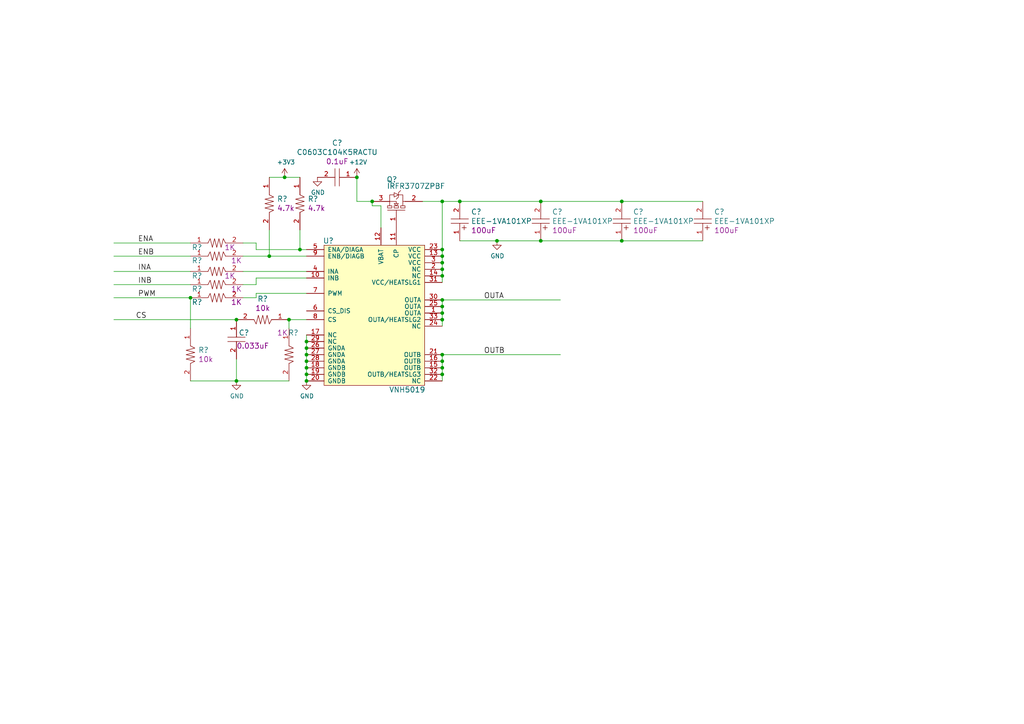
<source format=kicad_sch>
(kicad_sch (version 20230121) (generator eeschema)
  (paper "A4")
  (lib_symbols
    (symbol "Muscolo-rescue:+12V" (power) (pin_names (offset 0))
      (property "Value" "+12V" (at 0 3.556 0))
      (symbol "+12V_0_1"
        (polyline (pts (xy -0.762 1.27) (xy 0 2.54)))
        (polyline (pts (xy 0 0) (xy 0 2.54)))
        (polyline (pts (xy 0 2.54) (xy 0.762 1.27)))
      )
      (symbol "+12V_1_1"
        (pin power_in line (at 0 0 90) (length 0) hide (name "+12V") (number "1"))
      )
    )
    (symbol "Muscolo-rescue:+3.3V" (power) (pin_names (offset 0))
      (property "Value" "+3.3V" (at 0 3.556 0))
      (symbol "+3.3V_0_1"
        (polyline (pts (xy -0.762 1.27) (xy 0 2.54)))
        (polyline (pts (xy 0 0) (xy 0 2.54)))
        (polyline (pts (xy 0 2.54) (xy 0.762 1.27)))
      )
      (symbol "+3.3V_1_1"
        (pin power_in line (at 0 0 90) (length 0) hide (name "+3V3") (number "1"))
      )
    )
    (symbol "Muscolo-rescue:C0603C104K5RACTU" (pin_names (offset 1.016))
      (property "Reference" "C" (at -17.145 -1.27 0))
      (property "Value" "C0603C104K5RACTU" (at -7.62 -3.81 0))
      (property "Componen-Value" "0.1uF" (at -16.51 -6.35 0))
      (symbol "C0603C104K5RACTU_0_1"
        (polyline (pts (xy -0.635 2.54) (xy -0.635 -2.54)))
        (polyline (pts (xy 0.635 2.54) (xy 0.635 -2.54)))
      )
      (symbol "C0603C104K5RACTU_1_1"
        (pin input line (at -5.715 0 0) (length 5.08) (name "~") (number "1"))
        (pin input line (at 5.715 0 180) (length 5.08) (name "~") (number "2"))
      )
    )
    (symbol "Muscolo-rescue:EEE-1VA101XP" (pin_names (offset 1.016))
      (property "Reference" "C" (at -17.145 -1.27 0))
      (property "Value" "EEE-1VA101XP" (at -7.62 -3.81 0))
      (property "Componen-Value" "100uF" (at -16.51 -6.35 0))
      (symbol "EEE-1VA101XP_0_1"
        (polyline (pts (xy -2.54 -1.27) (xy -1.27 -1.27)))
        (polyline (pts (xy -1.905 -0.635) (xy -1.905 -1.905)))
        (polyline (pts (xy -0.635 2.54) (xy -0.635 -2.54)))
        (polyline (pts (xy 0.635 2.54) (xy 0.635 -2.54)))
      )
      (symbol "EEE-1VA101XP_1_1"
        (pin input line (at -5.715 0 0) (length 5.08) (name "~") (number "1"))
        (pin input line (at 5.715 0 180) (length 5.08) (name "~") (number "2"))
      )
    )
    (symbol "Muscolo-rescue:ERJ-3EKF1001V" (pin_names (offset 1.016))
      (property "Reference" "R" (at -7.62 8.89 0))
      (property "Value" "ERJ-3EKF1001V" (at 0 -3.81 0))
      (property "Component-Value" "1K" (at -6.985 -6.35 0))
      (symbol "ERJ-3EKF1001V_0_1"
        (polyline (pts (xy -2.54 0) (xy -1.905 1.27) (xy -1.27 -1.27) (xy -0.635 1.27) (xy 0 -1.27) (xy 0.635 1.27) (xy 1.27 -1.27) (xy 1.905 1.27) (xy 2.54 0)))
      )
      (symbol "ERJ-3EKF1001V_1_1"
        (pin input line (at -7.62 0 0) (length 5.08) (name "~") (number "1"))
        (pin input line (at 7.62 0 180) (length 5.08) (name "~") (number "2"))
      )
    )
    (symbol "Muscolo-rescue:ERJ-3GEYJ472V" (pin_names (offset 1.016))
      (property "Reference" "R" (at -7.62 8.89 0))
      (property "Value" "ERJ-3GEYJ472V" (at 0 -3.81 0))
      (property "Component-Value" "4.7k" (at -6.985 -6.35 0))
      (symbol "ERJ-3GEYJ472V_0_1"
        (polyline (pts (xy -2.54 0) (xy -1.905 1.27) (xy -1.27 -1.27) (xy -0.635 1.27) (xy 0 -1.27) (xy 0.635 1.27) (xy 1.27 -1.27) (xy 1.905 1.27) (xy 2.54 0)))
      )
      (symbol "ERJ-3GEYJ472V_1_1"
        (pin input line (at -7.62 0 0) (length 5.08) (name "~") (number "1"))
        (pin input line (at 7.62 0 180) (length 5.08) (name "~") (number "2"))
      )
    )
    (symbol "Muscolo-rescue:GND" (power) (pin_names (offset 0))
      (property "Value" "GND" (at 0 -3.81 0))
      (symbol "GND_0_1"
        (polyline (pts (xy 0 0) (xy 0 -1.27) (xy 1.27 -1.27) (xy 0 -2.54) (xy -1.27 -1.27) (xy 0 -1.27)))
      )
      (symbol "GND_1_1"
        (pin power_in line (at 0 0 270) (length 0) hide (name "GND") (number "1"))
      )
    )
    (symbol "Muscolo-rescue:IRFR3707ZPBF" (pin_names (offset 1.016))
      (property "Reference" "Q" (at -6.35 5.08 0))
      (property "Value" "IRFR3707ZPBF" (at 8.255 3.175 0))
      (symbol "IRFR3707ZPBF_0_1"
        (rectangle (start -1.27 -2.54) (end -1.905 -1.27))
        (rectangle (start -1.27 -0.635) (end -1.905 0.635))
        (rectangle (start -1.27 1.27) (end -1.905 2.54))
        (polyline (pts (xy -2.54 2.54) (xy -2.54 -2.54)))
        (polyline (pts (xy 0 1.905) (xy 0 2.54)))
        (polyline (pts (xy -1.27 1.905) (xy 1.905 1.905) (xy 1.905 0.635)))
        (polyline (pts (xy -0.635 0) (xy 0 0) (xy 0 -1.905)))
        (polyline (pts (xy 1.905 -0.635) (xy 1.905 -1.905) (xy -1.27 -1.905)))
        (polyline (pts (xy 1.905 0.635) (xy 1.27 0.635) (xy 0.635 0)))
        (polyline (pts (xy 1.905 0.635) (xy 2.54 0.635) (xy 3.175 1.27)))
        (polyline (pts (xy -1.27 0) (xy -0.635 0.635) (xy -0.635 -0.635) (xy -1.27 0)))
        (polyline (pts (xy 1.905 0.635) (xy 1.27 -0.635) (xy 2.54 -0.635) (xy 1.905 0.635)))
      )
      (symbol "IRFR3707ZPBF_1_1"
        (pin input line (at -7.62 0 0) (length 5.08) (name "~") (number "1"))
        (pin input line (at 0 7.62 270) (length 5.08) (name "~") (number "2"))
        (pin input line (at 0 -6.985 90) (length 5.08) (name "~") (number "3"))
      )
    )
    (symbol "Muscolo-rescue:RC2012F305CS" (pin_names (offset 1.016))
      (property "Reference" "R" (at -7.62 8.89 0))
      (property "Value" "RC2012F305CS" (at 0 -2.54 0))
      (property "Component-Value" "10k" (at -6.985 -6.35 0))
      (symbol "RC2012F305CS_0_1"
        (polyline (pts (xy -2.54 0) (xy -1.905 1.27) (xy -1.27 -1.27) (xy -0.635 1.27) (xy 0 -1.27) (xy 0.635 1.27) (xy 1.27 -1.27) (xy 1.905 1.27) (xy 2.54 0)))
      )
      (symbol "RC2012F305CS_1_1"
        (pin input line (at -7.62 0 0) (length 5.08) (name "~") (number "1"))
        (pin input line (at 7.62 0 180) (length 5.08) (name "~") (number "2"))
      )
    )
    (symbol "Muscolo-rescue:VJ0603Y333KXQCW1BC" (pin_names (offset 1.016))
      (property "Reference" "C" (at -17.145 -1.27 0))
      (property "Value" "VJ0603Y333KXQCW1BC" (at -7.62 -3.81 0))
      (property "Componen-Value" "0.033uF" (at -16.51 -6.35 0))
      (symbol "VJ0603Y333KXQCW1BC_0_1"
        (polyline (pts (xy -0.635 2.54) (xy -0.635 -2.54)))
        (polyline (pts (xy 0.635 2.54) (xy 0.635 -2.54)))
      )
      (symbol "VJ0603Y333KXQCW1BC_1_1"
        (pin input line (at -5.715 0 0) (length 5.08) (name "~") (number "1"))
        (pin input line (at 5.715 0 180) (length 5.08) (name "~") (number "2"))
      )
    )
    (symbol "Muscolo-rescue:VNH5019" (pin_names (offset 1.016))
      (property "Reference" "U" (at -13.335 18.415 0))
      (property "Value" "VNH5019" (at 9.525 -24.765 0))
      (symbol "VNH5019_0_1"
        (rectangle (start -14.605 17.145) (end 14.605 -23.495) (fill (type background)))
      )
      (symbol "VNH5019_1_1"
        (pin output line (at 19.685 -2.54 180) (length 5.08) (name "OUTA") (number "1"))
        (pin input line (at -19.685 7.62 0) (length 5.08) (name "INB") (number "10"))
        (pin output line (at 6.35 22.225 270) (length 5.08) (name "CP") (number "11"))
        (pin output line (at 1.905 22.225 270) (length 5.08) (name "VBAT") (number "12"))
        (pin input line (at 19.685 13.97 180) (length 5.08) (name "VCC") (number "13"))
        (pin input line (at 19.685 8.255 180) (length 5.08) (name "NC") (number "14"))
        (pin output line (at 19.685 -18.415 180) (length 5.08) (name "OUTB") (number "15"))
        (pin output line (at 19.685 -16.51 180) (length 5.08) (name "OUTB") (number "16"))
        (pin input line (at -19.685 -8.89 0) (length 5.08) (name "NC") (number "17"))
        (pin input line (at -19.685 -18.415 0) (length 5.08) (name "GNDB") (number "18"))
        (pin input line (at -19.685 -20.32 0) (length 5.08) (name "GNDB") (number "19"))
        (pin input line (at 19.685 10.16 180) (length 5.08) (name "NC") (number "2"))
        (pin input line (at -19.685 -22.225 0) (length 5.08) (name "GNDB") (number "20"))
        (pin output line (at 19.685 -14.605 180) (length 5.08) (name "OUTB") (number "21"))
        (pin output line (at 19.685 -22.225 180) (length 5.08) (name "NC") (number "22"))
        (pin input line (at 19.685 15.875 180) (length 5.08) (name "VCC") (number "23"))
        (pin output line (at 19.685 -6.35 180) (length 5.08) (name "NC") (number "24"))
        (pin output line (at 19.685 -0.635 180) (length 5.08) (name "OUTA") (number "25"))
        (pin input line (at -19.685 -12.7 0) (length 5.08) (name "GNDA") (number "26"))
        (pin input line (at -19.685 -14.605 0) (length 5.08) (name "GNDA") (number "27"))
        (pin input line (at -19.685 -16.51 0) (length 5.08) (name "GNDA") (number "28"))
        (pin input line (at -19.685 -10.795 0) (length 5.08) (name "NC") (number "29"))
        (pin input line (at 19.685 12.065 180) (length 5.08) (name "VCC") (number "3"))
        (pin output line (at 19.685 1.27 180) (length 5.08) (name "OUTA") (number "30"))
        (pin input line (at 19.685 6.35 180) (length 5.08) (name "VCC/HEATSLG1") (number "31"))
        (pin output line (at 19.685 -20.32 180) (length 5.08) (name "OUTB/HEATSLG3") (number "32"))
        (pin output line (at 19.685 -4.445 180) (length 5.08) (name "OUTA/HEATSLG2") (number "33"))
        (pin input line (at -19.685 9.525 0) (length 5.08) (name "INA") (number "4"))
        (pin input line (at -19.685 15.875 0) (length 5.08) (name "ENA/DIAGA") (number "5"))
        (pin input line (at -19.685 -1.905 0) (length 5.08) (name "CS_DIS") (number "6"))
        (pin input line (at -19.685 3.175 0) (length 5.08) (name "PWM") (number "7"))
        (pin input line (at -19.685 -4.445 0) (length 5.08) (name "CS") (number "8"))
        (pin input line (at -19.685 13.97 0) (length 5.08) (name "ENB/DIAGB") (number "9"))
      )
    )
  )
  (junction (at 88.9 100.965))
  (junction (at 180.34 58.42))
  (junction (at 107.95 58.42))
  (junction (at 88.9 108.585))
  (junction (at 128.27 106.68))
  (junction (at 133.35 58.42))
  (junction (at 128.27 76.2))
  (junction (at 82.55 51.435))
  (junction (at 128.27 72.39))
  (junction (at 103.505 51.435))
  (junction (at 128.27 88.9))
  (junction (at 88.9 99.06))
  (junction (at 128.27 80.01))
  (junction (at 128.27 104.775))
  (junction (at 88.9 104.775))
  (junction (at 83.82 92.71))
  (junction (at 88.9 110.49))
  (junction (at 128.27 102.87))
  (junction (at 55.245 86.36))
  (junction (at 68.58 110.49))
  (junction (at 156.845 58.42))
  (junction (at 128.27 86.995))
  (junction (at 128.27 74.295))
  (junction (at 88.9 102.87))
  (junction (at 128.27 90.805))
  (junction (at 88.9 106.68))
  (junction (at 128.27 108.585))
  (junction (at 78.105 74.295))
  (junction (at 86.995 72.39))
  (junction (at 68.58 92.71))
  (junction (at 128.27 78.105))
  (junction (at 144.145 69.85))
  (junction (at 128.27 58.42))
  (junction (at 156.845 69.85))
  (junction (at 180.34 69.85))
  (junction (at 128.27 92.71))
  (wire (pts (xy 74.295 82.55) (xy 74.295 80.645)))
  (wire (pts (xy 133.35 69.85) (xy 144.145 69.85)))
  (wire (pts (xy 128.27 92.71) (xy 128.27 94.615)))
  (wire (pts (xy 55.245 86.36) (xy 55.245 95.25)))
  (wire (pts (xy 74.295 70.485) (xy 74.295 72.39)))
  (wire (pts (xy 55.245 82.55) (xy 33.02 82.55)))
  (wire (pts (xy 128.27 72.39) (xy 128.27 74.295)))
  (wire (pts (xy 74.295 80.645) (xy 88.9 80.645)))
  (wire (pts (xy 74.295 72.39) (xy 86.995 72.39)))
  (wire (pts (xy 55.245 74.295) (xy 33.02 74.295)))
  (wire (pts (xy 180.34 58.42) (xy 203.835 58.42)))
  (wire (pts (xy 128.27 88.9) (xy 128.27 90.805)))
  (wire (pts (xy 88.9 106.68) (xy 88.9 108.585)))
  (wire (pts (xy 88.9 108.585) (xy 88.9 110.49)))
  (wire (pts (xy 74.295 86.36) (xy 74.295 85.09)))
  (wire (pts (xy 156.845 58.42) (xy 180.34 58.42)))
  (wire (pts (xy 68.58 92.71) (xy 33.02 92.71)))
  (wire (pts (xy 83.82 92.71) (xy 83.82 95.25)))
  (wire (pts (xy 88.9 78.74) (xy 70.485 78.74)))
  (wire (pts (xy 88.9 100.965) (xy 88.9 102.87)))
  (wire (pts (xy 133.35 58.42) (xy 156.845 58.42)))
  (wire (pts (xy 103.505 58.42) (xy 107.95 58.42)))
  (wire (pts (xy 156.845 69.85) (xy 180.34 69.85)))
  (wire (pts (xy 122.555 58.42) (xy 128.27 58.42)))
  (wire (pts (xy 144.145 69.85) (xy 156.845 69.85)))
  (wire (pts (xy 128.27 76.2) (xy 128.27 78.105)))
  (wire (pts (xy 128.27 58.42) (xy 133.35 58.42)))
  (wire (pts (xy 83.82 110.49) (xy 68.58 110.49)))
  (wire (pts (xy 70.485 82.55) (xy 74.295 82.55)))
  (wire (pts (xy 70.485 70.485) (xy 74.295 70.485)))
  (wire (pts (xy 55.245 86.36) (xy 33.02 86.36)))
  (wire (pts (xy 128.27 58.42) (xy 128.27 72.39)))
  (wire (pts (xy 128.27 86.995) (xy 162.56 86.995)))
  (wire (pts (xy 68.58 110.49) (xy 55.245 110.49)))
  (wire (pts (xy 103.505 58.42) (xy 103.505 51.435)))
  (wire (pts (xy 70.485 74.295) (xy 78.105 74.295)))
  (wire (pts (xy 88.9 92.71) (xy 83.82 92.71)))
  (wire (pts (xy 68.58 104.14) (xy 68.58 110.49)))
  (wire (pts (xy 107.95 59.69) (xy 107.95 58.42)))
  (wire (pts (xy 88.9 102.87) (xy 88.9 104.775)))
  (wire (pts (xy 74.295 85.09) (xy 88.9 85.09)))
  (wire (pts (xy 128.27 78.105) (xy 128.27 80.01)))
  (wire (pts (xy 88.9 99.06) (xy 88.9 100.965)))
  (wire (pts (xy 128.27 102.87) (xy 162.56 102.87)))
  (wire (pts (xy 78.105 66.675) (xy 78.105 74.295)))
  (wire (pts (xy 86.995 66.675) (xy 86.995 72.39)))
  (wire (pts (xy 78.105 74.295) (xy 88.9 74.295)))
  (wire (pts (xy 128.27 86.995) (xy 128.27 88.9)))
  (wire (pts (xy 128.27 108.585) (xy 128.27 110.49)))
  (wire (pts (xy 128.27 104.775) (xy 128.27 106.68)))
  (wire (pts (xy 78.105 51.435) (xy 82.55 51.435)))
  (wire (pts (xy 180.34 69.85) (xy 203.835 69.85)))
  (wire (pts (xy 128.27 74.295) (xy 128.27 76.2)))
  (wire (pts (xy 128.27 102.87) (xy 128.27 104.775)))
  (wire (pts (xy 55.245 78.74) (xy 33.02 78.74)))
  (wire (pts (xy 128.27 106.68) (xy 128.27 108.585)))
  (wire (pts (xy 88.9 104.775) (xy 88.9 106.68)))
  (wire (pts (xy 82.55 51.435) (xy 86.995 51.435)))
  (wire (pts (xy 110.49 66.04) (xy 110.49 59.69)))
  (wire (pts (xy 128.27 90.805) (xy 128.27 92.71)))
  (wire (pts (xy 88.9 97.155) (xy 88.9 99.06)))
  (wire (pts (xy 86.995 72.39) (xy 88.9 72.39)))
  (wire (pts (xy 128.27 80.01) (xy 128.27 81.915)))
  (wire (pts (xy 55.245 70.485) (xy 33.02 70.485)))
  (wire (pts (xy 70.485 86.36) (xy 74.295 86.36)))
  (wire (pts (xy 110.49 59.69) (xy 107.95 59.69)))
  (label "ENB" (at 40.005 74.295 0) (effects (font (size 1.524 1.524))))
  (label "OUTB" (at 140.335 102.87 0) (effects (font (size 1.524 1.524))))
  (label "PWM" (at 40.005 86.36 0) (effects (font (size 1.524 1.524))))
  (label "INA" (at 40.005 78.74 0) (effects (font (size 1.524 1.524))))
  (label "CS" (at 39.37 92.71 0) (effects (font (size 1.524 1.524))))
  (label "OUTA" (at 140.335 86.995 0) (effects (font (size 1.524 1.524))))
  (label "ENA" (at 40.005 70.485 0) (effects (font (size 1.524 1.524))))
  (label "INB" (at 40.005 82.55 0) (effects (font (size 1.524 1.524))))
  (symbol (lib_id "Muscolo-rescue:VNH5019") (at 108.585 88.265 0) (unit 1)
    (property "Reference" "U?" (at 95.25 69.85 0) (effects (font (size 1.524 1.524))))
    (property "Value" "VNH5019" (at 118.11 113.03 0) (effects (font (size 1.524 1.524))))
    (property "Footprint" "OnHand-Components:VNH5019ATR-E" (effects hide))
    (property "Datasheet" "http://www.st.com/content/ccc/resource/technical/document/datasheet/1c/26/60/a8/3e/70/4c/e1/CD00234623.pdf/files/CD00234623.pdf/jcr:content/translations/en.CD00234623.pdf" (effects hide))
    (property "Cost" "4.48875 @ 1000" (effects hide))
    (property "Date Created" "13 Sept 2016" (effects hide))
    (property "Date Modified" "13 Sept 2016" (effects hide))
    (property "Designer" "Adam Vadala-Roth" (effects hide))
    (property "Height" "1.85mm" (effects hide))
    (property "MFR" "STMicroelectronics" (effects hide))
    (property "MFR#" "VNH5019ATR-E" (effects hide))
    (property "Mounting" "SMT/SMD" (effects hide))
    (property "Pin Count#" "30" (effects hide))
    (property "Status" "Active" (effects hide))
    (property "Tolerance" "N/A" (effects hide))
    (property "Type" "High current H-bridge" (effects hide))
    (property "Voltage" "12-30VDC" (effects hide))
    (property "Wattage" "N/A" (effects hide))
    (property "Component-Value" "N/A" (effects hide))
    (property "Description" "Motor Driver Power MOSFET Parallel, PWM MultiPowerSO-30" (effects hide))
  )
  (symbol (lib_id "Muscolo-rescue:ERJ-3EKF1001V") (at 62.865 70.485 0) (unit 1)
    (property "Reference" "R?" (at 57.15 71.755 0) (effects (font (size 1.524 1.524))))
    (property "Value" "ERJ-3EKF1001V" (effects hide))
    (property "Footprint" "OnHand-Components:R0603" (effects hide))
    (property "Datasheet" "http://industrial.panasonic.com/www-cgi/jvcr13pz.cgi?E+PZ+3+AOA0002+ERJ3EKF1001V+7+WW" (effects hide))
    (property "Cost" "0.00247 @ 5000" (effects hide))
    (property "Date Created" "13 Sept 2016" (effects hide))
    (property "Date Modified" "13 Sept 2016" (effects hide))
    (property "Designer" "Adam Vadala-Roth" (effects hide))
    (property "Height" "0.4mm" (effects hide))
    (property "RHoS?" "Yes" (effects hide))
    (property "MFR" "Panasonic Electronic Components" (effects hide))
    (property "MFR#" "ERJ-3EKF1001V" (effects hide))
    (property "Mounting" "SMT/SMD" (effects hide))
    (property "Pin Count#" "2" (effects hide))
    (property "Status" "Active" (effects hide))
    (property "Tolerance" "1%" (effects hide))
    (property "Type" "0603 Resistor" (effects hide))
    (property "Voltage" "N/A" (effects hide))
    (property "Wattage" "1/10" (effects hide))
    (property "Component-Value" "1K" (at 66.675 71.755 0) (effects (font (size 1.524 1.524))))
    (property "Description" "RES SMD 1K OHM 1% 1/10W 0603" (effects hide))
  )
  (symbol (lib_id "Muscolo-rescue:ERJ-3EKF1001V") (at 62.865 74.295 0) (unit 1)
    (property "Reference" "R?" (at 57.15 75.565 0) (effects (font (size 1.524 1.524))))
    (property "Value" "ERJ-3EKF1001V" (effects hide))
    (property "Footprint" "OnHand-Components:R0603" (effects hide))
    (property "Datasheet" "http://industrial.panasonic.com/www-cgi/jvcr13pz.cgi?E+PZ+3+AOA0002+ERJ3EKF1001V+7+WW" (effects hide))
    (property "Cost" "0.00247 @ 5000" (effects hide))
    (property "Date Created" "13 Sept 2016" (effects hide))
    (property "Date Modified" "13 Sept 2016" (effects hide))
    (property "Designer" "Adam Vadala-Roth" (effects hide))
    (property "Height" "0.4mm" (effects hide))
    (property "RHoS?" "Yes" (effects hide))
    (property "MFR" "Panasonic Electronic Components" (effects hide))
    (property "MFR#" "ERJ-3EKF1001V" (effects hide))
    (property "Mounting" "SMT/SMD" (effects hide))
    (property "Pin Count#" "2" (effects hide))
    (property "Status" "Active" (effects hide))
    (property "Tolerance" "1%" (effects hide))
    (property "Type" "0603 Resistor" (effects hide))
    (property "Voltage" "N/A" (effects hide))
    (property "Wattage" "1/10" (effects hide))
    (property "Component-Value" "1K" (at 68.58 75.565 0) (effects (font (size 1.524 1.524))))
    (property "Description" "RES SMD 1K OHM 1% 1/10W 0603" (effects hide))
  )
  (symbol (lib_id "Muscolo-rescue:ERJ-3EKF1001V") (at 62.865 78.74 0) (unit 1)
    (property "Reference" "R?" (at 57.15 80.01 0) (effects (font (size 1.524 1.524))))
    (property "Value" "ERJ-3EKF1001V" (effects hide))
    (property "Footprint" "OnHand-Components:R0603" (effects hide))
    (property "Datasheet" "http://industrial.panasonic.com/www-cgi/jvcr13pz.cgi?E+PZ+3+AOA0002+ERJ3EKF1001V+7+WW" (effects hide))
    (property "Cost" "0.00247 @ 5000" (effects hide))
    (property "Date Created" "13 Sept 2016" (effects hide))
    (property "Date Modified" "13 Sept 2016" (effects hide))
    (property "Designer" "Adam Vadala-Roth" (effects hide))
    (property "Height" "0.4mm" (effects hide))
    (property "RHoS?" "Yes" (effects hide))
    (property "MFR" "Panasonic Electronic Components" (effects hide))
    (property "MFR#" "ERJ-3EKF1001V" (effects hide))
    (property "Mounting" "SMT/SMD" (effects hide))
    (property "Pin Count#" "2" (effects hide))
    (property "Status" "Active" (effects hide))
    (property "Tolerance" "1%" (effects hide))
    (property "Type" "0603 Resistor" (effects hide))
    (property "Voltage" "N/A" (effects hide))
    (property "Wattage" "1/10" (effects hide))
    (property "Component-Value" "1K" (at 66.675 80.01 0) (effects (font (size 1.524 1.524))))
    (property "Description" "RES SMD 1K OHM 1% 1/10W 0603" (effects hide))
  )
  (symbol (lib_id "Muscolo-rescue:ERJ-3EKF1001V") (at 62.865 82.55 0) (unit 1)
    (property "Reference" "R?" (at 57.15 83.82 0) (effects (font (size 1.524 1.524))))
    (property "Value" "ERJ-3EKF1001V" (effects hide))
    (property "Footprint" "OnHand-Components:R0603" (effects hide))
    (property "Datasheet" "http://industrial.panasonic.com/www-cgi/jvcr13pz.cgi?E+PZ+3+AOA0002+ERJ3EKF1001V+7+WW" (effects hide))
    (property "Cost" "0.00247 @ 5000" (effects hide))
    (property "Date Created" "13 Sept 2016" (effects hide))
    (property "Date Modified" "13 Sept 2016" (effects hide))
    (property "Designer" "Adam Vadala-Roth" (effects hide))
    (property "Height" "0.4mm" (effects hide))
    (property "RHoS?" "Yes" (effects hide))
    (property "MFR" "Panasonic Electronic Components" (effects hide))
    (property "MFR#" "ERJ-3EKF1001V" (effects hide))
    (property "Mounting" "SMT/SMD" (effects hide))
    (property "Pin Count#" "2" (effects hide))
    (property "Status" "Active" (effects hide))
    (property "Tolerance" "1%" (effects hide))
    (property "Type" "0603 Resistor" (effects hide))
    (property "Voltage" "N/A" (effects hide))
    (property "Wattage" "1/10" (effects hide))
    (property "Component-Value" "1K" (at 68.58 83.82 0) (effects (font (size 1.524 1.524))))
    (property "Description" "RES SMD 1K OHM 1% 1/10W 0603" (effects hide))
  )
  (symbol (lib_id "Muscolo-rescue:ERJ-3EKF1001V") (at 62.865 86.36 0) (unit 1)
    (property "Reference" "R?" (at 57.15 87.63 0) (effects (font (size 1.524 1.524))))
    (property "Value" "ERJ-3EKF1001V" (effects hide))
    (property "Footprint" "OnHand-Components:R0603" (effects hide))
    (property "Datasheet" "http://industrial.panasonic.com/www-cgi/jvcr13pz.cgi?E+PZ+3+AOA0002+ERJ3EKF1001V+7+WW" (effects hide))
    (property "Cost" "0.00247 @ 5000" (effects hide))
    (property "Date Created" "13 Sept 2016" (effects hide))
    (property "Date Modified" "13 Sept 2016" (effects hide))
    (property "Designer" "Adam Vadala-Roth" (effects hide))
    (property "Height" "0.4mm" (effects hide))
    (property "RHoS?" "Yes" (effects hide))
    (property "MFR" "Panasonic Electronic Components" (effects hide))
    (property "MFR#" "ERJ-3EKF1001V" (effects hide))
    (property "Mounting" "SMT/SMD" (effects hide))
    (property "Pin Count#" "2" (effects hide))
    (property "Status" "Active" (effects hide))
    (property "Tolerance" "1%" (effects hide))
    (property "Type" "0603 Resistor" (effects hide))
    (property "Voltage" "N/A" (effects hide))
    (property "Wattage" "1/10" (effects hide))
    (property "Component-Value" "1K" (at 68.58 87.63 0) (effects (font (size 1.524 1.524))))
    (property "Description" "RES SMD 1K OHM 1% 1/10W 0603" (effects hide))
  )
  (symbol (lib_id "Muscolo-rescue:ERJ-3GEYJ472V") (at 78.105 59.055 270) (unit 1)
    (property "Reference" "R?" (at 80.3402 57.7088 90) (effects (font (size 1.524 1.524)) (justify left)))
    (property "Value" "ERJ-3GEYJ472V" (effects hide))
    (property "Footprint" "OnHand-Components:R0603" (effects hide))
    (property "Datasheet" "http://industrial.panasonic.com/www-cgi/jvcr13pz.cgi?E+PZ+3+AOA0001+ERJ3GEYJ472V+7+WW" (effects hide))
    (property "Cost" "0.00209 @ 5000" (effects hide))
    (property "Date Created" "13 Sept 2016" (effects hide))
    (property "Date Modified" "13 Sept 2016" (effects hide))
    (property "Designer" "Adam Vadala-Roth" (effects hide))
    (property "Height" "0.55mm" (effects hide))
    (property "RHoS?" "Yes" (effects hide))
    (property "MFR" "Panasonic Electronic Components" (effects hide))
    (property "MFR#" "ERJ-3GEYJ472V" (effects hide))
    (property "Mounting" "SMT/SMD" (effects hide))
    (property "Pin Count#" "2" (effects hide))
    (property "Status" "Active" (effects hide))
    (property "Tolerance" "1%" (effects hide))
    (property "Type" "0603 Resistor" (effects hide))
    (property "Voltage" "N/A" (effects hide))
    (property "Wattage" "1/10" (effects hide))
    (property "Component-Value" "4.7k" (at 80.3402 60.4012 90) (effects (font (size 1.524 1.524)) (justify left)))
    (property "Description" "RES SMD 4.7K OHM 5% 1/10W 0603" (effects hide))
  )
  (symbol (lib_id "Muscolo-rescue:ERJ-3GEYJ472V") (at 86.995 59.055 270) (unit 1)
    (property "Reference" "R?" (at 89.2302 57.7088 90) (effects (font (size 1.524 1.524)) (justify left)))
    (property "Value" "ERJ-3GEYJ472V" (effects hide))
    (property "Footprint" "OnHand-Components:R0603" (effects hide))
    (property "Datasheet" "http://industrial.panasonic.com/www-cgi/jvcr13pz.cgi?E+PZ+3+AOA0001+ERJ3GEYJ472V+7+WW" (effects hide))
    (property "Cost" "0.00209 @ 5000" (effects hide))
    (property "Date Created" "13 Sept 2016" (effects hide))
    (property "Date Modified" "13 Sept 2016" (effects hide))
    (property "Designer" "Adam Vadala-Roth" (effects hide))
    (property "Height" "0.55mm" (effects hide))
    (property "RHoS?" "Yes" (effects hide))
    (property "MFR" "Panasonic Electronic Components" (effects hide))
    (property "MFR#" "ERJ-3GEYJ472V" (effects hide))
    (property "Mounting" "SMT/SMD" (effects hide))
    (property "Pin Count#" "2" (effects hide))
    (property "Status" "Active" (effects hide))
    (property "Tolerance" "1%" (effects hide))
    (property "Type" "0603 Resistor" (effects hide))
    (property "Voltage" "N/A" (effects hide))
    (property "Wattage" "1/10" (effects hide))
    (property "Component-Value" "4.7k" (at 89.2302 60.4012 90) (effects (font (size 1.524 1.524)) (justify left)))
    (property "Description" "RES SMD 4.7K OHM 5% 1/10W 0603" (effects hide))
  )
  (symbol (lib_id "Muscolo-rescue:+3.3V") (at 82.55 51.435 0) (unit 1)
    (property "Reference" "#PWR?" (effects hide))
    (property "Value" "+3.3V" (at 82.931 47.0408 0))
  )
  (symbol (lib_id "Muscolo-rescue:GND") (at 88.9 110.49 0) (unit 1)
    (property "Reference" "#PWR?" (effects hide))
    (property "Value" "GND" (at 89.027 114.8842 0))
  )
  (symbol (lib_id "Muscolo-rescue:RC2012F305CS") (at 55.245 102.87 270) (unit 1)
    (property "Reference" "R?" (at 57.4802 101.5238 90) (effects (font (size 1.524 1.524)) (justify left)))
    (property "Value" "RC2012F305CS" (effects hide))
    (property "Footprint" "OnHand-Components:R0603" (effects hide))
    (property "Datasheet" "http://www.mouser.com/ds/2/418/NG_DS_1773272_J-724538.pdf" (effects hide))
    (property "Cost" "0.64" (effects hide))
    (property "Date Created" "5 Oct 2016" (effects hide))
    (property "Date Modified" "5 Oct 2016" (effects hide))
    (property "Designer" "Adam Vadala-Roth" (effects hide))
    (property "Height" "0.45mm" (effects hide))
    (property "RHoS?" "Yes" (effects hide))
    (property "MFR" "TE Connectivity / Holsworthy" (effects hide))
    (property "MFR#" "RP73D1J10KBTDG" (effects hide))
    (property "Mounting" "SMT/SMD" (effects hide))
    (property "Pin Count#" "2" (effects hide))
    (property "Status" "Active" (effects hide))
    (property "Tolerance" "1%" (effects hide))
    (property "Type" "0603 Resistor" (effects hide))
    (property "Voltage" "N/A" (effects hide))
    (property "Wattage" "1/8" (effects hide))
    (property "Component-Value" "10k" (at 57.4802 104.2162 90) (effects (font (size 1.524 1.524)) (justify left)))
    (property "Description" "RES SMD 10k OHM 1% 0603" (effects hide))
  )
  (symbol (lib_id "Muscolo-rescue:GND") (at 68.58 110.49 0) (unit 1)
    (property "Reference" "#PWR?" (effects hide))
    (property "Value" "GND" (at 68.707 114.8842 0))
  )
  (symbol (lib_id "Muscolo-rescue:ERJ-3EKF1001V") (at 83.82 102.87 270) (unit 1)
    (property "Reference" "R?" (at 85.09 96.52 90) (effects (font (size 1.524 1.524))))
    (property "Value" "ERJ-3EKF1001V" (effects hide))
    (property "Footprint" "OnHand-Components:R0603" (effects hide))
    (property "Datasheet" "http://industrial.panasonic.com/www-cgi/jvcr13pz.cgi?E+PZ+3+AOA0002+ERJ3EKF1001V+7+WW" (effects hide))
    (property "Cost" "0.00247 @ 5000" (effects hide))
    (property "Date Created" "13 Sept 2016" (effects hide))
    (property "Date Modified" "13 Sept 2016" (effects hide))
    (property "Designer" "Adam Vadala-Roth" (effects hide))
    (property "Height" "0.4mm" (effects hide))
    (property "RHoS?" "Yes" (effects hide))
    (property "MFR" "Panasonic Electronic Components" (effects hide))
    (property "MFR#" "ERJ-3EKF1001V" (effects hide))
    (property "Mounting" "SMT/SMD" (effects hide))
    (property "Pin Count#" "2" (effects hide))
    (property "Status" "Active" (effects hide))
    (property "Tolerance" "1%" (effects hide))
    (property "Type" "0603 Resistor" (effects hide))
    (property "Voltage" "N/A" (effects hide))
    (property "Wattage" "1/10" (effects hide))
    (property "Component-Value" "1K" (at 81.915 96.52 90) (effects (font (size 1.524 1.524))))
    (property "Description" "RES SMD 1K OHM 1% 1/10W 0603" (effects hide))
  )
  (symbol (lib_id "Muscolo-rescue:RC2012F305CS") (at 76.2 92.71 180) (unit 1)
    (property "Reference" "R?" (at 76.2 86.6902 0) (effects (font (size 1.524 1.524))))
    (property "Value" "RC2012F305CS" (effects hide))
    (property "Footprint" "OnHand-Components:R0603" (effects hide))
    (property "Datasheet" "http://www.mouser.com/ds/2/418/NG_DS_1773272_J-724538.pdf" (effects hide))
    (property "Cost" "0.64" (effects hide))
    (property "Date Created" "5 Oct 2016" (effects hide))
    (property "Date Modified" "5 Oct 2016" (effects hide))
    (property "Designer" "Adam Vadala-Roth" (effects hide))
    (property "Height" "0.45mm" (effects hide))
    (property "RHoS?" "Yes" (effects hide))
    (property "MFR" "TE Connectivity / Holsworthy" (effects hide))
    (property "MFR#" "RP73D1J10KBTDG" (effects hide))
    (property "Mounting" "SMT/SMD" (effects hide))
    (property "Pin Count#" "2" (effects hide))
    (property "Status" "Active" (effects hide))
    (property "Tolerance" "1%" (effects hide))
    (property "Type" "0603 Resistor" (effects hide))
    (property "Voltage" "N/A" (effects hide))
    (property "Wattage" "1/8" (effects hide))
    (property "Component-Value" "10k" (at 76.2 89.3826 0) (effects (font (size 1.524 1.524))))
    (property "Description" "RES SMD 10k OHM 1% 0603" (effects hide))
  )
  (symbol (lib_id "Muscolo-rescue:VJ0603Y333KXQCW1BC") (at 68.58 98.425 270) (unit 1)
    (property "Reference" "C?" (at 69.215 96.52 90) (effects (font (size 1.524 1.524)) (justify left)))
    (property "Value" "VJ0603Y333KXQCW1BC" (effects hide))
    (property "Footprint" "OnHand-Components:C0603" (effects hide))
    (property "Datasheet" "http://www.mouser.com/ds/2/427/vjw1bcbascomseries-223529.pdf" (effects hide))
    (property "Cost" "0.018 @ 1000" (effects hide))
    (property "Date Created" "5 Oct 2016" (effects hide))
    (property "Date Modifed" "5 Oct 2016" (effects hide))
    (property "Designer" "Adam Vadala-Roth" (effects hide))
    (property "Height" "0.95mm" (effects hide))
    (property "RHoS?" "Yes" (effects hide))
    (property "MFR" "Vishay / Vitramon" (effects hide))
    (property "MFR#" "VJ0603Y333KXQCW1BC" (effects hide))
    (property "Mounting" "SMT/SMD" (effects hide))
    (property "Pin Count#" "2" (effects hide))
    (property "Status" "Active" (effects hide))
    (property "Tolerance" "10%" (effects hide))
    (property "Type" "Ceramic Capacitor 0603" (effects hide))
    (property "Voltage" "10V" (effects hide))
    (property "Wattage" "N/A" (effects hide))
    (property "Componen-Value" "0.033uF" (at 68.58 100.33 90) (effects (font (size 1.524 1.524)) (justify left)))
    (property "Description" "0.033uF 10V Multilayer Ceramic Capacitors MLCC - SMD/SMT" (effects hide))
  )
  (symbol (lib_id "Muscolo-rescue:IRFR3707ZPBF") (at 114.935 58.42 270) (mirror x) (unit 1)
    (property "Reference" "Q?" (at 113.665 52.07 90) (effects (font (size 1.524 1.524))))
    (property "Value" "IRFR3707ZPBF" (at 120.65 53.975 90) (effects (font (size 1.524 1.524))))
    (property "Footprint" "OnHand-Components:IRFR3707ZPBF" (effects hide))
    (property "Datasheet" "http://www.mouser.com/ds/2/196/Infineon-IRFR3707Z-DS-v01_02-EN-936378.pdf" (effects hide))
    (property "Cost" "0.379 @ 1000" (effects hide))
    (property "Date Created " "5 Oct 2016" (effects hide))
    (property "Date Modified" "5 Oct 2016" (effects hide))
    (property "Designer" "Adam Vadala-Roth" (effects hide))
    (property "Height" "0.4mm" (effects hide))
    (property "RHoS?" "Yes" (effects hide))
    (property "MFR" "Infineon Technologies" (effects hide))
    (property "MFR#" "IRFR3707ZPBF" (effects hide))
    (property "Mounting" "SMT/SMD" (effects hide))
    (property "Pin Count#" "2" (effects hide))
    (property "Status" "Active" (effects hide))
    (property "Tolerance" "N/A" (effects hide))
    (property "Type" "MOSFET" (effects hide))
    (property "Voltage" "30V" (effects hide))
    (property "Wattage" "N/A" (effects hide))
    (property "Component-Value" "N/A" (effects hide))
    (property "Description" "MOSFET N-CH 30V 56A TO-252-3" (effects hide))
  )
  (symbol (lib_id "Muscolo-rescue:+12V") (at 103.505 51.435 0) (unit 1)
    (property "Reference" "#PWR?" (effects hide))
    (property "Value" "+12V" (at 103.886 47.0408 0))
  )
  (symbol (lib_id "Muscolo-rescue:C0603C104K5RACTU") (at 97.79 51.435 180) (unit 1)
    (property "Reference" "C?" (at 97.79 41.4528 0) (effects (font (size 1.524 1.524))))
    (property "Value" "C0603C104K5RACTU" (at 97.79 44.1452 0) (effects (font (size 1.524 1.524))))
    (property "Footprint" "OnHand-Components:C0805" (effects hide))
    (property "Datasheet" "http://www.kemet.com/docfinder?Partnumber=C0603C104K5RACTU" (effects hide))
    (property "Cost" "0.09981 @ 4000" (effects hide))
    (property "Date Created" "13 Sept 2016" (effects hide))
    (property "Date Modifed" "13 Sept 2016" (effects hide))
    (property "Designer" "Adam Vadala-Roth" (effects hide))
    (property "Height" "1.4mm" (effects hide))
    (property "RHoS?" "Yes" (effects hide))
    (property "MFR" "Kemet" (effects hide))
    (property "MFR#" "C0603C104K5RACTU" (effects hide))
    (property "Mounting" "SMT/SMD" (effects hide))
    (property "Pin Count#" "2" (effects hide))
    (property "Status" "Active" (effects hide))
    (property "Tolerance" "10%" (effects hide))
    (property "Type" "Ceramic Capacitor 0603" (effects hide))
    (property "Voltage" "6.3V" (effects hide))
    (property "Wattage" "N/A" (effects hide))
    (property "Componen-Value" "0.1uF" (at 97.79 46.8376 0) (effects (font (size 1.524 1.524))))
    (property "Description" "0.10µF 50V Ceramic Capacitor X7R 0603 (1608 Metric) 0.063\" L x 0.031\" W (1.60mm x 0.80mm)" (effects hide))
  )
  (symbol (lib_id "Muscolo-rescue:GND") (at 92.075 51.435 0) (unit 1)
    (property "Reference" "#PWR?" (effects hide))
    (property "Value" "GND" (at 92.202 55.8292 0))
  )
  (symbol (lib_id "Muscolo-rescue:EEE-1VA101XP") (at 133.35 64.135 90) (unit 1)
    (property "Reference" "C?" (at 136.6012 61.4426 90) (effects (font (size 1.524 1.524)) (justify right)))
    (property "Value" "EEE-1VA101XP" (at 136.6012 64.135 90) (effects (font (size 1.524 1.524)) (justify right)))
    (property "Footprint" "OnHand-Components:EEE-1VA101XP" (effects hide))
    (property "Datasheet" "https://industrial.panasonic.com/cdbs/www-data/pdf/RDE0000/ABA0000C726.pdf" (effects hide))
    (property "Cost" "0.10217 @ 4500" (effects hide))
    (property "Date Created" "13 Sept 2016" (effects hide))
    (property "Date Modifed" "13 Sept 2016" (effects hide))
    (property "Designer" "Adam Vadala-Roth" (effects hide))
    (property "Height" "7.7mm" (effects hide))
    (property "RHoS?" "Yes" (effects hide))
    (property "MFR" "Panasonic Electronic Components" (effects hide))
    (property "MFR#" "EEE-1VA101XP" (effects hide))
    (property "Mounting" "SMT/SMD" (effects hide))
    (property "Pin Count#" "2" (effects hide))
    (property "Status" "Active" (effects hide))
    (property "Tolerance" "20%" (effects hide))
    (property "Type" "Aluminum Capacitor Panasonic VS C Seies" (effects hide))
    (property "Voltage" "35V" (effects hide))
    (property "Wattage" "N/A" (effects hide))
    (property "Componen-Value" "100uF" (at 136.6012 66.8274 90) (effects (font (size 1.524 1.524)) (justify right)))
    (property "Description" "100µF 35V Aluminum Capacitors Radial, Can - SMD 2000 Hrs @ 85°C" (effects hide))
  )
  (symbol (lib_id "Muscolo-rescue:EEE-1VA101XP") (at 156.845 64.135 90) (unit 1)
    (property "Reference" "C?" (at 160.0962 61.4426 90) (effects (font (size 1.524 1.524)) (justify right)))
    (property "Value" "EEE-1VA101XP" (at 160.0962 64.135 90) (effects (font (size 1.524 1.524)) (justify right)))
    (property "Footprint" "OnHand-Components:EEE-1VA101XP" (effects hide))
    (property "Datasheet" "https://industrial.panasonic.com/cdbs/www-data/pdf/RDE0000/ABA0000C726.pdf" (effects hide))
    (property "Cost" "0.10217 @ 4500" (effects hide))
    (property "Date Created" "13 Sept 2016" (effects hide))
    (property "Date Modifed" "13 Sept 2016" (effects hide))
    (property "Designer" "Adam Vadala-Roth" (effects hide))
    (property "Height" "7.7mm" (effects hide))
    (property "RHoS?" "Yes" (effects hide))
    (property "MFR" "Panasonic Electronic Components" (effects hide))
    (property "MFR#" "EEE-1VA101XP" (effects hide))
    (property "Mounting" "SMT/SMD" (effects hide))
    (property "Pin Count#" "2" (effects hide))
    (property "Status" "Active" (effects hide))
    (property "Tolerance" "20%" (effects hide))
    (property "Type" "Aluminum Capacitor Panasonic VS C Seies" (effects hide))
    (property "Voltage" "35V" (effects hide))
    (property "Wattage" "N/A" (effects hide))
    (property "Componen-Value" "100uF" (at 160.0962 66.8274 90) (effects (font (size 1.524 1.524)) (justify right)))
    (property "Description" "100µF 35V Aluminum Capacitors Radial, Can - SMD 2000 Hrs @ 85°C" (effects hide))
  )
  (symbol (lib_id "Muscolo-rescue:GND") (at 144.145 69.85 0) (unit 1)
    (property "Reference" "#PWR?" (effects hide))
    (property "Value" "GND" (at 144.272 74.2442 0))
  )
  (symbol (lib_id "Muscolo-rescue:EEE-1VA101XP") (at 180.34 64.135 90) (unit 1)
    (property "Reference" "C?" (at 183.5912 61.4426 90) (effects (font (size 1.524 1.524)) (justify right)))
    (property "Value" "EEE-1VA101XP" (at 183.5912 64.135 90) (effects (font (size 1.524 1.524)) (justify right)))
    (property "Footprint" "OnHand-Components:EEE-1VA101XP" (effects hide))
    (property "Datasheet" "https://industrial.panasonic.com/cdbs/www-data/pdf/RDE0000/ABA0000C726.pdf" (effects hide))
    (property "Cost" "0.10217 @ 4500" (effects hide))
    (property "Date Created" "13 Sept 2016" (effects hide))
    (property "Date Modifed" "13 Sept 2016" (effects hide))
    (property "Designer" "Adam Vadala-Roth" (effects hide))
    (property "Height" "7.7mm" (effects hide))
    (property "RHoS?" "Yes" (effects hide))
    (property "MFR" "Panasonic Electronic Components" (effects hide))
    (property "MFR#" "EEE-1VA101XP" (effects hide))
    (property "Mounting" "SMT/SMD" (effects hide))
    (property "Pin Count#" "2" (effects hide))
    (property "Status" "Active" (effects hide))
    (property "Tolerance" "20%" (effects hide))
    (property "Type" "Aluminum Capacitor Panasonic VS C Seies" (effects hide))
    (property "Voltage" "35V" (effects hide))
    (property "Wattage" "N/A" (effects hide))
    (property "Componen-Value" "100uF" (at 183.5912 66.8274 90) (effects (font (size 1.524 1.524)) (justify right)))
    (property "Description" "100µF 35V Aluminum Capacitors Radial, Can - SMD 2000 Hrs @ 85°C" (effects hide))
  )
  (symbol (lib_id "Muscolo-rescue:EEE-1VA101XP") (at 203.835 64.135 90) (unit 1)
    (property "Reference" "C?" (at 207.0862 61.4426 90) (effects (font (size 1.524 1.524)) (justify right)))
    (property "Value" "EEE-1VA101XP" (at 207.0862 64.135 90) (effects (font (size 1.524 1.524)) (justify right)))
    (property "Footprint" "OnHand-Components:EEE-1VA101XP" (effects hide))
    (property "Datasheet" "https://industrial.panasonic.com/cdbs/www-data/pdf/RDE0000/ABA0000C726.pdf" (effects hide))
    (property "Cost" "0.10217 @ 4500" (effects hide))
    (property "Date Created" "13 Sept 2016" (effects hide))
    (property "Date Modifed" "13 Sept 2016" (effects hide))
    (property "Designer" "Adam Vadala-Roth" (effects hide))
    (property "Height" "7.7mm" (effects hide))
    (property "RHoS?" "Yes" (effects hide))
    (property "MFR" "Panasonic Electronic Components" (effects hide))
    (property "MFR#" "EEE-1VA101XP" (effects hide))
    (property "Mounting" "SMT/SMD" (effects hide))
    (property "Pin Count#" "2" (effects hide))
    (property "Status" "Active" (effects hide))
    (property "Tolerance" "20%" (effects hide))
    (property "Type" "Aluminum Capacitor Panasonic VS C Seies" (effects hide))
    (property "Voltage" "35V" (effects hide))
    (property "Wattage" "N/A" (effects hide))
    (property "Componen-Value" "100uF" (at 207.0862 66.8274 90) (effects (font (size 1.524 1.524)) (justify right)))
    (property "Description" "100µF 35V Aluminum Capacitors Radial, Can - SMD 2000 Hrs @ 85°C" (effects hide))
  )
)
</source>
